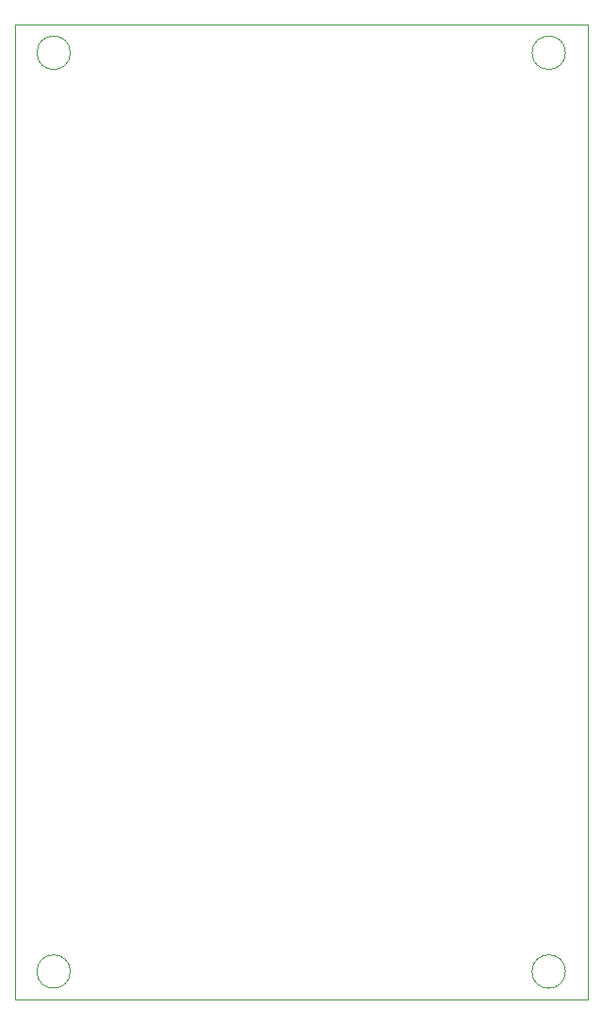
<source format=gbr>
%TF.GenerationSoftware,KiCad,Pcbnew,8.0.1*%
%TF.CreationDate,2024-04-03T11:18:02-05:00*%
%TF.ProjectId,SCSI-Adapter,53435349-2d41-4646-9170-7465722e6b69,rev?*%
%TF.SameCoordinates,Original*%
%TF.FileFunction,Profile,NP*%
%FSLAX46Y46*%
G04 Gerber Fmt 4.6, Leading zero omitted, Abs format (unit mm)*
G04 Created by KiCad (PCBNEW 8.0.1) date 2024-04-03 11:18:02*
%MOMM*%
%LPD*%
G01*
G04 APERTURE LIST*
%TA.AperFunction,Profile*%
%ADD10C,0.050000*%
%TD*%
G04 APERTURE END LIST*
D10*
X153500000Y-37500000D02*
X205000000Y-37500000D01*
X205000000Y-125000000D01*
X153500000Y-125000000D01*
X153500000Y-37500000D01*
X158500000Y-40000000D02*
G75*
G02*
X155500000Y-40000000I-1500000J0D01*
G01*
X155500000Y-40000000D02*
G75*
G02*
X158500000Y-40000000I1500000J0D01*
G01*
X203000000Y-122500000D02*
G75*
G02*
X200000000Y-122500000I-1500000J0D01*
G01*
X200000000Y-122500000D02*
G75*
G02*
X203000000Y-122500000I1500000J0D01*
G01*
X203000000Y-40000000D02*
G75*
G02*
X200000000Y-40000000I-1500000J0D01*
G01*
X200000000Y-40000000D02*
G75*
G02*
X203000000Y-40000000I1500000J0D01*
G01*
X158500000Y-122500000D02*
G75*
G02*
X155500000Y-122500000I-1500000J0D01*
G01*
X155500000Y-122500000D02*
G75*
G02*
X158500000Y-122500000I1500000J0D01*
G01*
M02*

</source>
